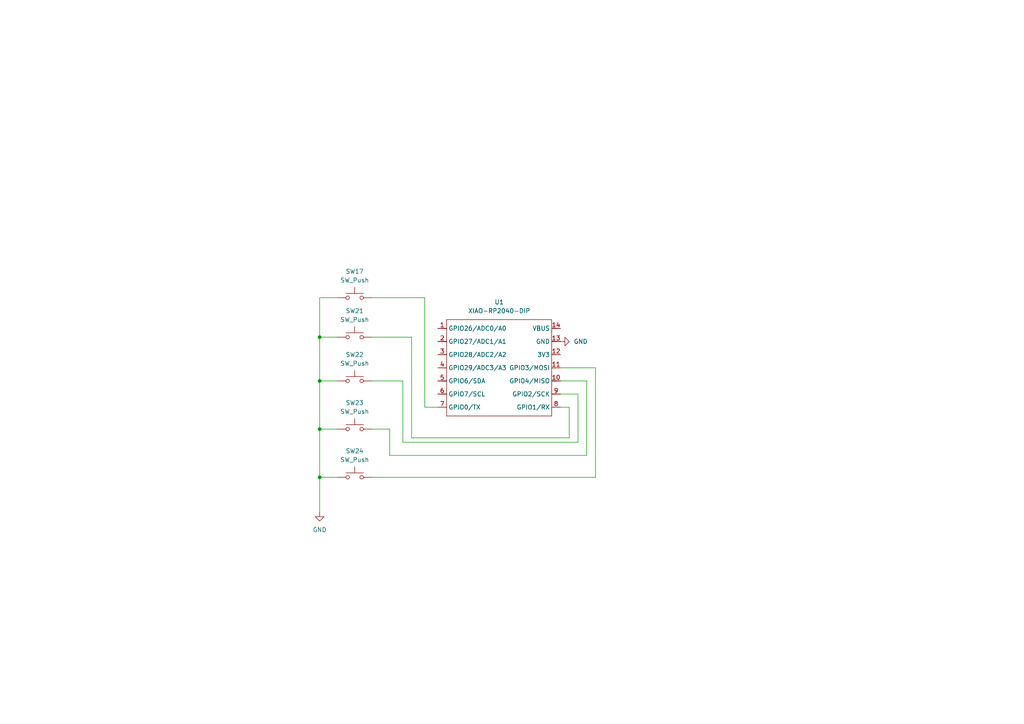
<source format=kicad_sch>
(kicad_sch (version 20250114) (generator "eeschema") (generator_version "9.0")
  (paper "A4")
  (lib_symbols
    (symbol "Switch:SW_Push" (pin_numbers (hide yes)) (pin_names (offset 1.016) (hide yes))
      (property "Reference" "SW" (at 1.27 2.54 0))
      (property "Value" "SW_Push" (at 0 -1.524 0))
      (symbol "SW_Push_0_1"
        (circle (center -2.032 0) (radius 0.508))
        (polyline (pts (xy 0 1.27) (xy 0 3.048)))
        (circle (center 2.032 0) (radius 0.508))
        (polyline (pts (xy 2.54 1.27) (xy -2.54 1.27)))
        (pin passive line (at -5.08 0 0) (length 2.54) (name "1") (number "1"))
        (pin passive line (at 5.08 0 180) (length 2.54) (name "2") (number "2"))
      )
    )
    (symbol "opo:XIAO-RP2040-DIP"
      (property "Reference" "U" (at 0 0 0))
      (property "Value" "XIAO-RP2040-DIP" (at 5.334 -1.778 0))
      (symbol "XIAO-RP2040-DIP_1_0"
        (polyline (pts (xy -1.27 -2.54) (xy 29.21 -2.54)) (stroke (width 0.1524)))
        (polyline (pts (xy -1.27 -5.08) (xy -2.54 -5.08)) (stroke (width 0.1524)))
        (polyline (pts (xy -1.27 -5.08) (xy -1.27 -2.54)) (stroke (width 0.1524)))
        (polyline (pts (xy -1.27 -8.89) (xy -2.54 -8.89)) (stroke (width 0.1524)))
        (polyline (pts (xy -1.27 -8.89) (xy -1.27 -5.08)) (stroke (width 0.1524)))
        (polyline (pts (xy -1.27 -12.7) (xy -2.54 -12.7)) (stroke (width 0.1524)))
        (polyline (pts (xy -1.27 -12.7) (xy -1.27 -8.89)) (stroke (width 0.1524)))
        (polyline (pts (xy -1.27 -16.51) (xy -2.54 -16.51)) (stroke (width 0.1524)))
        (polyline (pts (xy -1.27 -16.51) (xy -1.27 -12.7)) (stroke (width 0.1524)))
        (polyline (pts (xy -1.27 -20.32) (xy -2.54 -20.32)) (stroke (width 0.1524)))
        (polyline (pts (xy -1.27 -24.13) (xy -2.54 -24.13)) (stroke (width 0.1524)))
        (polyline (pts (xy -1.27 -27.94) (xy -2.54 -27.94)) (stroke (width 0.1524)))
        (polyline (pts (xy -1.27 -30.48) (xy -1.27 -16.51)) (stroke (width 0.1524)))
        (polyline (pts (xy 29.21 -2.54) (xy 29.21 -5.08)) (stroke (width 0.1524)))
        (polyline (pts (xy 29.21 -5.08) (xy 29.21 -8.89)) (stroke (width 0.1524)))
        (polyline (pts (xy 29.21 -8.89) (xy 29.21 -12.7)) (stroke (width 0.1524)))
        (polyline (pts (xy 29.21 -12.7) (xy 29.21 -30.48)) (stroke (width 0.1524)))
        (polyline (pts (xy 29.21 -30.48) (xy -1.27 -30.48)) (stroke (width 0.1524)))
        (polyline (pts (xy 30.48 -5.08) (xy 29.21 -5.08)) (stroke (width 0.1524)))
        (polyline (pts (xy 30.48 -8.89) (xy 29.21 -8.89)) (stroke (width 0.1524)))
        (polyline (pts (xy 30.48 -12.7) (xy 29.21 -12.7)) (stroke (width 0.1524)))
        (polyline (pts (xy 30.48 -16.51) (xy 29.21 -16.51)) (stroke (width 0.1524)))
        (polyline (pts (xy 30.48 -20.32) (xy 29.21 -20.32)) (stroke (width 0.1524)))
        (polyline (pts (xy 30.48 -24.13) (xy 29.21 -24.13)) (stroke (width 0.1524)))
        (polyline (pts (xy 30.48 -27.94) (xy 29.21 -27.94)) (stroke (width 0.1524)))
        (pin passive line (at -3.81 -5.08 0) (length 2.54) (name "GPIO26/ADC0/A0") (number "1"))
        (pin passive line (at -3.81 -8.89 0) (length 2.54) (name "GPIO27/ADC1/A1") (number "2"))
        (pin passive line (at -3.81 -12.7 0) (length 2.54) (name "GPIO28/ADC2/A2") (number "3"))
        (pin passive line (at -3.81 -16.51 0) (length 2.54) (name "GPIO29/ADC3/A3") (number "4"))
        (pin passive line (at -3.81 -20.32 0) (length 2.54) (name "GPIO6/SDA") (number "5"))
        (pin passive line (at -3.81 -24.13 0) (length 2.54) (name "GPIO7/SCL") (number "6"))
        (pin passive line (at -3.81 -27.94 0) (length 2.54) (name "GPIO0/TX") (number "7"))
        (pin passive line (at 31.75 -5.08 180) (length 2.54) (name "VBUS") (number "14"))
        (pin passive line (at 31.75 -8.89 180) (length 2.54) (name "GND") (number "13"))
        (pin passive line (at 31.75 -12.7 180) (length 2.54) (name "3V3") (number "12"))
        (pin passive line (at 31.75 -16.51 180) (length 2.54) (name "GPIO3/MOSI") (number "11"))
        (pin passive line (at 31.75 -20.32 180) (length 2.54) (name "GPIO4/MISO") (number "10"))
        (pin passive line (at 31.75 -24.13 180) (length 2.54) (name "GPIO2/SCK") (number "9"))
        (pin passive line (at 31.75 -27.94 180) (length 2.54) (name "GPIO1/RX") (number "8"))
      )
    )
    (symbol "power:GND" (power) (pin_numbers (hide yes)) (pin_names (offset 0) (hide yes))
      (property "Value" "GND" (at 0 -3.81 0))
      (symbol "GND_0_1"
        (polyline (pts (xy 0 0) (xy 0 -1.27) (xy 1.27 -1.27) (xy 0 -2.54) (xy -1.27 -1.27) (xy 0 -1.27)))
      )
      (symbol "GND_1_1"
        (pin power_in line (at 0 0 270) (length 0) (name "~") (number "1"))
      )
    )
  )
  (junction (at 92.71 138.43))
  (junction (at 92.71 97.79))
  (junction (at 92.71 124.46))
  (junction (at 92.71 110.49))
  (wire (pts (xy 97.79 138.43) (xy 92.71 138.43)))
  (wire (pts (xy 97.79 86.36) (xy 92.71 86.36)))
  (wire (pts (xy 167.64 128.27) (xy 167.64 114.3)))
  (wire (pts (xy 162.56 118.11) (xy 165.1 118.11)))
  (wire (pts (xy 116.84 110.49) (xy 116.84 128.27)))
  (wire (pts (xy 113.03 124.46) (xy 113.03 132.08)))
  (wire (pts (xy 123.19 118.11) (xy 127 118.11)))
  (wire (pts (xy 162.56 110.49) (xy 170.18 110.49)))
  (wire (pts (xy 107.95 86.36) (xy 123.19 86.36)))
  (wire (pts (xy 167.64 114.3) (xy 162.56 114.3)))
  (wire (pts (xy 92.71 86.36) (xy 92.71 97.79)))
  (wire (pts (xy 97.79 124.46) (xy 92.71 124.46)))
  (wire (pts (xy 170.18 132.08) (xy 170.18 110.49)))
  (wire (pts (xy 97.79 97.79) (xy 92.71 97.79)))
  (wire (pts (xy 165.1 127) (xy 165.1 118.11)))
  (wire (pts (xy 123.19 86.36) (xy 123.19 118.11)))
  (wire (pts (xy 107.95 138.43) (xy 172.72 138.43)))
  (wire (pts (xy 92.71 97.79) (xy 92.71 110.49)))
  (wire (pts (xy 92.71 110.49) (xy 92.71 124.46)))
  (wire (pts (xy 113.03 132.08) (xy 170.18 132.08)))
  (wire (pts (xy 92.71 138.43) (xy 92.71 148.59)))
  (wire (pts (xy 97.79 110.49) (xy 92.71 110.49)))
  (wire (pts (xy 107.95 97.79) (xy 119.38 97.79)))
  (wire (pts (xy 107.95 124.46) (xy 113.03 124.46)))
  (wire (pts (xy 92.71 124.46) (xy 92.71 138.43)))
  (wire (pts (xy 172.72 106.68) (xy 162.56 106.68)))
  (wire (pts (xy 119.38 127) (xy 165.1 127)))
  (wire (pts (xy 119.38 97.79) (xy 119.38 127)))
  (wire (pts (xy 172.72 138.43) (xy 172.72 106.68)))
  (wire (pts (xy 116.84 128.27) (xy 167.64 128.27)))
  (wire (pts (xy 107.95 110.49) (xy 116.84 110.49)))
  (symbol (lib_id "opo:XIAO-RP2040-DIP") (at 130.81 90.17 0) (unit 1)
    (property "Reference" "U1" (at 144.78 87.63 0))
    (property "Value" "XIAO-RP2040-DIP" (at 144.78 90.17 0))
    (property "Footprint" "opl:XIAO-RP2040-DIP" (effects (hide yes)))
  )
  (symbol (lib_id "Switch:SW_Push") (at 102.87 97.79 0) (unit 1)
    (property "Reference" "SW21" (at 102.87 90.17 0))
    (property "Value" "SW_Push" (at 102.87 92.71 0))
    (property "Footprint" "Button_Switch_Keyboard:SW_Cherry_MX_1.00u_PCB" (effects (hide yes)))
    (property "Description" "Push button switch, generic, two pins" (effects (hide yes)))
  )
  (symbol (lib_id "power:GND") (at 162.56 99.06 90) (unit 1)
    (property "Reference" "#PWR02" (effects (hide yes)))
    (property "Value" "GND" (at 166.37 99.0599 90) (effects (justify right)))
    (property "Description" "Power symbol creates a global label with name \"GND\" , ground" (effects (hide yes)))
  )
  (symbol (lib_id "power:GND") (at 92.71 148.59 0) (unit 1)
    (property "Reference" "#PWR01" (effects (hide yes)))
    (property "Value" "GND" (at 92.71 153.67 0))
    (property "Description" "Power symbol creates a global label with name \"GND\" , ground" (effects (hide yes)))
  )
  (symbol (lib_id "Switch:SW_Push") (at 102.87 124.46 0) (unit 1)
    (property "Reference" "SW23" (at 102.87 116.84 0))
    (property "Value" "SW_Push" (at 102.87 119.38 0))
    (property "Footprint" "Button_Switch_Keyboard:SW_Cherry_MX_1.00u_PCB" (effects (hide yes)))
    (property "Description" "Push button switch, generic, two pins" (effects (hide yes)))
  )
  (symbol (lib_id "Switch:SW_Push") (at 102.87 110.49 0) (unit 1)
    (property "Reference" "SW22" (at 102.87 102.87 0))
    (property "Value" "SW_Push" (at 102.87 105.41 0))
    (property "Footprint" "Button_Switch_Keyboard:SW_Cherry_MX_1.00u_PCB" (effects (hide yes)))
    (property "Description" "Push button switch, generic, two pins" (effects (hide yes)))
  )
  (symbol (lib_id "Switch:SW_Push") (at 102.87 138.43 0) (unit 1)
    (property "Reference" "SW24" (at 102.87 130.81 0))
    (property "Value" "SW_Push" (at 102.87 133.35 0))
    (property "Footprint" "Button_Switch_Keyboard:SW_Cherry_MX_1.00u_PCB" (effects (hide yes)))
    (property "Description" "Push button switch, generic, two pins" (effects (hide yes)))
  )
  (symbol (lib_id "Switch:SW_Push") (at 102.87 86.36 0) (unit 1)
    (property "Reference" "SW17" (at 102.87 78.74 0))
    (property "Value" "SW_Push" (at 102.87 81.28 0))
    (property "Footprint" "Button_Switch_Keyboard:SW_Cherry_MX_1.00u_PCB" (effects (hide yes)))
    (property "Description" "Push button switch, generic, two pins" (effects (hide yes)))
  )
)
</source>
